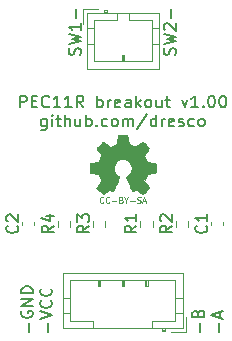
<source format=gbr>
%TF.GenerationSoftware,KiCad,Pcbnew,6.0.0-rc2-1.20211220git160328a.fc35*%
%TF.CreationDate,2022-01-05T17:26:22+00:00*%
%TF.ProjectId,RotaryEncoder,526f7461-7279-4456-9e63-6f6465722e6b,rev?*%
%TF.SameCoordinates,Original*%
%TF.FileFunction,Legend,Top*%
%TF.FilePolarity,Positive*%
%FSLAX46Y46*%
G04 Gerber Fmt 4.6, Leading zero omitted, Abs format (unit mm)*
G04 Created by KiCad (PCBNEW 6.0.0-rc2-1.20211220git160328a.fc35) date 2022-01-05 17:26:22*
%MOMM*%
%LPD*%
G01*
G04 APERTURE LIST*
%ADD10C,0.125000*%
%ADD11C,0.150000*%
%ADD12C,0.002540*%
%ADD13C,0.120000*%
G04 APERTURE END LIST*
D10*
X132369047Y-117678571D02*
X132345238Y-117702380D01*
X132273809Y-117726190D01*
X132226190Y-117726190D01*
X132154761Y-117702380D01*
X132107142Y-117654761D01*
X132083333Y-117607142D01*
X132059523Y-117511904D01*
X132059523Y-117440476D01*
X132083333Y-117345238D01*
X132107142Y-117297619D01*
X132154761Y-117250000D01*
X132226190Y-117226190D01*
X132273809Y-117226190D01*
X132345238Y-117250000D01*
X132369047Y-117273809D01*
X132869047Y-117678571D02*
X132845238Y-117702380D01*
X132773809Y-117726190D01*
X132726190Y-117726190D01*
X132654761Y-117702380D01*
X132607142Y-117654761D01*
X132583333Y-117607142D01*
X132559523Y-117511904D01*
X132559523Y-117440476D01*
X132583333Y-117345238D01*
X132607142Y-117297619D01*
X132654761Y-117250000D01*
X132726190Y-117226190D01*
X132773809Y-117226190D01*
X132845238Y-117250000D01*
X132869047Y-117273809D01*
X133083333Y-117535714D02*
X133464285Y-117535714D01*
X133869047Y-117464285D02*
X133940476Y-117488095D01*
X133964285Y-117511904D01*
X133988095Y-117559523D01*
X133988095Y-117630952D01*
X133964285Y-117678571D01*
X133940476Y-117702380D01*
X133892857Y-117726190D01*
X133702380Y-117726190D01*
X133702380Y-117226190D01*
X133869047Y-117226190D01*
X133916666Y-117250000D01*
X133940476Y-117273809D01*
X133964285Y-117321428D01*
X133964285Y-117369047D01*
X133940476Y-117416666D01*
X133916666Y-117440476D01*
X133869047Y-117464285D01*
X133702380Y-117464285D01*
X134297619Y-117488095D02*
X134297619Y-117726190D01*
X134130952Y-117226190D02*
X134297619Y-117488095D01*
X134464285Y-117226190D01*
X134630952Y-117535714D02*
X135011904Y-117535714D01*
X135226190Y-117702380D02*
X135297619Y-117726190D01*
X135416666Y-117726190D01*
X135464285Y-117702380D01*
X135488095Y-117678571D01*
X135511904Y-117630952D01*
X135511904Y-117583333D01*
X135488095Y-117535714D01*
X135464285Y-117511904D01*
X135416666Y-117488095D01*
X135321428Y-117464285D01*
X135273809Y-117440476D01*
X135250000Y-117416666D01*
X135226190Y-117369047D01*
X135226190Y-117321428D01*
X135250000Y-117273809D01*
X135273809Y-117250000D01*
X135321428Y-117226190D01*
X135440476Y-117226190D01*
X135511904Y-117250000D01*
X135702380Y-117583333D02*
X135940476Y-117583333D01*
X135654761Y-117726190D02*
X135821428Y-117226190D01*
X135988095Y-117726190D01*
D11*
X125285714Y-109647380D02*
X125285714Y-108647380D01*
X125666666Y-108647380D01*
X125761904Y-108695000D01*
X125809523Y-108742619D01*
X125857142Y-108837857D01*
X125857142Y-108980714D01*
X125809523Y-109075952D01*
X125761904Y-109123571D01*
X125666666Y-109171190D01*
X125285714Y-109171190D01*
X126285714Y-109123571D02*
X126619047Y-109123571D01*
X126761904Y-109647380D02*
X126285714Y-109647380D01*
X126285714Y-108647380D01*
X126761904Y-108647380D01*
X127761904Y-109552142D02*
X127714285Y-109599761D01*
X127571428Y-109647380D01*
X127476190Y-109647380D01*
X127333333Y-109599761D01*
X127238095Y-109504523D01*
X127190476Y-109409285D01*
X127142857Y-109218809D01*
X127142857Y-109075952D01*
X127190476Y-108885476D01*
X127238095Y-108790238D01*
X127333333Y-108695000D01*
X127476190Y-108647380D01*
X127571428Y-108647380D01*
X127714285Y-108695000D01*
X127761904Y-108742619D01*
X128714285Y-109647380D02*
X128142857Y-109647380D01*
X128428571Y-109647380D02*
X128428571Y-108647380D01*
X128333333Y-108790238D01*
X128238095Y-108885476D01*
X128142857Y-108933095D01*
X129666666Y-109647380D02*
X129095238Y-109647380D01*
X129380952Y-109647380D02*
X129380952Y-108647380D01*
X129285714Y-108790238D01*
X129190476Y-108885476D01*
X129095238Y-108933095D01*
X130666666Y-109647380D02*
X130333333Y-109171190D01*
X130095238Y-109647380D02*
X130095238Y-108647380D01*
X130476190Y-108647380D01*
X130571428Y-108695000D01*
X130619047Y-108742619D01*
X130666666Y-108837857D01*
X130666666Y-108980714D01*
X130619047Y-109075952D01*
X130571428Y-109123571D01*
X130476190Y-109171190D01*
X130095238Y-109171190D01*
X131857142Y-109647380D02*
X131857142Y-108647380D01*
X131857142Y-109028333D02*
X131952380Y-108980714D01*
X132142857Y-108980714D01*
X132238095Y-109028333D01*
X132285714Y-109075952D01*
X132333333Y-109171190D01*
X132333333Y-109456904D01*
X132285714Y-109552142D01*
X132238095Y-109599761D01*
X132142857Y-109647380D01*
X131952380Y-109647380D01*
X131857142Y-109599761D01*
X132761904Y-109647380D02*
X132761904Y-108980714D01*
X132761904Y-109171190D02*
X132809523Y-109075952D01*
X132857142Y-109028333D01*
X132952380Y-108980714D01*
X133047619Y-108980714D01*
X133761904Y-109599761D02*
X133666666Y-109647380D01*
X133476190Y-109647380D01*
X133380952Y-109599761D01*
X133333333Y-109504523D01*
X133333333Y-109123571D01*
X133380952Y-109028333D01*
X133476190Y-108980714D01*
X133666666Y-108980714D01*
X133761904Y-109028333D01*
X133809523Y-109123571D01*
X133809523Y-109218809D01*
X133333333Y-109314047D01*
X134666666Y-109647380D02*
X134666666Y-109123571D01*
X134619047Y-109028333D01*
X134523809Y-108980714D01*
X134333333Y-108980714D01*
X134238095Y-109028333D01*
X134666666Y-109599761D02*
X134571428Y-109647380D01*
X134333333Y-109647380D01*
X134238095Y-109599761D01*
X134190476Y-109504523D01*
X134190476Y-109409285D01*
X134238095Y-109314047D01*
X134333333Y-109266428D01*
X134571428Y-109266428D01*
X134666666Y-109218809D01*
X135142857Y-109647380D02*
X135142857Y-108647380D01*
X135238095Y-109266428D02*
X135523809Y-109647380D01*
X135523809Y-108980714D02*
X135142857Y-109361666D01*
X136095238Y-109647380D02*
X136000000Y-109599761D01*
X135952380Y-109552142D01*
X135904761Y-109456904D01*
X135904761Y-109171190D01*
X135952380Y-109075952D01*
X136000000Y-109028333D01*
X136095238Y-108980714D01*
X136238095Y-108980714D01*
X136333333Y-109028333D01*
X136380952Y-109075952D01*
X136428571Y-109171190D01*
X136428571Y-109456904D01*
X136380952Y-109552142D01*
X136333333Y-109599761D01*
X136238095Y-109647380D01*
X136095238Y-109647380D01*
X137285714Y-108980714D02*
X137285714Y-109647380D01*
X136857142Y-108980714D02*
X136857142Y-109504523D01*
X136904761Y-109599761D01*
X137000000Y-109647380D01*
X137142857Y-109647380D01*
X137238095Y-109599761D01*
X137285714Y-109552142D01*
X137619047Y-108980714D02*
X138000000Y-108980714D01*
X137761904Y-108647380D02*
X137761904Y-109504523D01*
X137809523Y-109599761D01*
X137904761Y-109647380D01*
X138000000Y-109647380D01*
X139000000Y-108980714D02*
X139238095Y-109647380D01*
X139476190Y-108980714D01*
X140380952Y-109647380D02*
X139809523Y-109647380D01*
X140095238Y-109647380D02*
X140095238Y-108647380D01*
X140000000Y-108790238D01*
X139904761Y-108885476D01*
X139809523Y-108933095D01*
X140809523Y-109552142D02*
X140857142Y-109599761D01*
X140809523Y-109647380D01*
X140761904Y-109599761D01*
X140809523Y-109552142D01*
X140809523Y-109647380D01*
X141476190Y-108647380D02*
X141571428Y-108647380D01*
X141666666Y-108695000D01*
X141714285Y-108742619D01*
X141761904Y-108837857D01*
X141809523Y-109028333D01*
X141809523Y-109266428D01*
X141761904Y-109456904D01*
X141714285Y-109552142D01*
X141666666Y-109599761D01*
X141571428Y-109647380D01*
X141476190Y-109647380D01*
X141380952Y-109599761D01*
X141333333Y-109552142D01*
X141285714Y-109456904D01*
X141238095Y-109266428D01*
X141238095Y-109028333D01*
X141285714Y-108837857D01*
X141333333Y-108742619D01*
X141380952Y-108695000D01*
X141476190Y-108647380D01*
X142428571Y-108647380D02*
X142523809Y-108647380D01*
X142619047Y-108695000D01*
X142666666Y-108742619D01*
X142714285Y-108837857D01*
X142761904Y-109028333D01*
X142761904Y-109266428D01*
X142714285Y-109456904D01*
X142666666Y-109552142D01*
X142619047Y-109599761D01*
X142523809Y-109647380D01*
X142428571Y-109647380D01*
X142333333Y-109599761D01*
X142285714Y-109552142D01*
X142238095Y-109456904D01*
X142190476Y-109266428D01*
X142190476Y-109028333D01*
X142238095Y-108837857D01*
X142285714Y-108742619D01*
X142333333Y-108695000D01*
X142428571Y-108647380D01*
X127547619Y-110590714D02*
X127547619Y-111400238D01*
X127500000Y-111495476D01*
X127452380Y-111543095D01*
X127357142Y-111590714D01*
X127214285Y-111590714D01*
X127119047Y-111543095D01*
X127547619Y-111209761D02*
X127452380Y-111257380D01*
X127261904Y-111257380D01*
X127166666Y-111209761D01*
X127119047Y-111162142D01*
X127071428Y-111066904D01*
X127071428Y-110781190D01*
X127119047Y-110685952D01*
X127166666Y-110638333D01*
X127261904Y-110590714D01*
X127452380Y-110590714D01*
X127547619Y-110638333D01*
X128023809Y-111257380D02*
X128023809Y-110590714D01*
X128023809Y-110257380D02*
X127976190Y-110305000D01*
X128023809Y-110352619D01*
X128071428Y-110305000D01*
X128023809Y-110257380D01*
X128023809Y-110352619D01*
X128357142Y-110590714D02*
X128738095Y-110590714D01*
X128500000Y-110257380D02*
X128500000Y-111114523D01*
X128547619Y-111209761D01*
X128642857Y-111257380D01*
X128738095Y-111257380D01*
X129071428Y-111257380D02*
X129071428Y-110257380D01*
X129500000Y-111257380D02*
X129500000Y-110733571D01*
X129452380Y-110638333D01*
X129357142Y-110590714D01*
X129214285Y-110590714D01*
X129119047Y-110638333D01*
X129071428Y-110685952D01*
X130404761Y-110590714D02*
X130404761Y-111257380D01*
X129976190Y-110590714D02*
X129976190Y-111114523D01*
X130023809Y-111209761D01*
X130119047Y-111257380D01*
X130261904Y-111257380D01*
X130357142Y-111209761D01*
X130404761Y-111162142D01*
X130880952Y-111257380D02*
X130880952Y-110257380D01*
X130880952Y-110638333D02*
X130976190Y-110590714D01*
X131166666Y-110590714D01*
X131261904Y-110638333D01*
X131309523Y-110685952D01*
X131357142Y-110781190D01*
X131357142Y-111066904D01*
X131309523Y-111162142D01*
X131261904Y-111209761D01*
X131166666Y-111257380D01*
X130976190Y-111257380D01*
X130880952Y-111209761D01*
X131785714Y-111162142D02*
X131833333Y-111209761D01*
X131785714Y-111257380D01*
X131738095Y-111209761D01*
X131785714Y-111162142D01*
X131785714Y-111257380D01*
X132690476Y-111209761D02*
X132595238Y-111257380D01*
X132404761Y-111257380D01*
X132309523Y-111209761D01*
X132261904Y-111162142D01*
X132214285Y-111066904D01*
X132214285Y-110781190D01*
X132261904Y-110685952D01*
X132309523Y-110638333D01*
X132404761Y-110590714D01*
X132595238Y-110590714D01*
X132690476Y-110638333D01*
X133261904Y-111257380D02*
X133166666Y-111209761D01*
X133119047Y-111162142D01*
X133071428Y-111066904D01*
X133071428Y-110781190D01*
X133119047Y-110685952D01*
X133166666Y-110638333D01*
X133261904Y-110590714D01*
X133404761Y-110590714D01*
X133500000Y-110638333D01*
X133547619Y-110685952D01*
X133595238Y-110781190D01*
X133595238Y-111066904D01*
X133547619Y-111162142D01*
X133500000Y-111209761D01*
X133404761Y-111257380D01*
X133261904Y-111257380D01*
X134023809Y-111257380D02*
X134023809Y-110590714D01*
X134023809Y-110685952D02*
X134071428Y-110638333D01*
X134166666Y-110590714D01*
X134309523Y-110590714D01*
X134404761Y-110638333D01*
X134452380Y-110733571D01*
X134452380Y-111257380D01*
X134452380Y-110733571D02*
X134500000Y-110638333D01*
X134595238Y-110590714D01*
X134738095Y-110590714D01*
X134833333Y-110638333D01*
X134880952Y-110733571D01*
X134880952Y-111257380D01*
X136071428Y-110209761D02*
X135214285Y-111495476D01*
X136833333Y-111257380D02*
X136833333Y-110257380D01*
X136833333Y-111209761D02*
X136738095Y-111257380D01*
X136547619Y-111257380D01*
X136452380Y-111209761D01*
X136404761Y-111162142D01*
X136357142Y-111066904D01*
X136357142Y-110781190D01*
X136404761Y-110685952D01*
X136452380Y-110638333D01*
X136547619Y-110590714D01*
X136738095Y-110590714D01*
X136833333Y-110638333D01*
X137309523Y-111257380D02*
X137309523Y-110590714D01*
X137309523Y-110781190D02*
X137357142Y-110685952D01*
X137404761Y-110638333D01*
X137500000Y-110590714D01*
X137595238Y-110590714D01*
X138309523Y-111209761D02*
X138214285Y-111257380D01*
X138023809Y-111257380D01*
X137928571Y-111209761D01*
X137880952Y-111114523D01*
X137880952Y-110733571D01*
X137928571Y-110638333D01*
X138023809Y-110590714D01*
X138214285Y-110590714D01*
X138309523Y-110638333D01*
X138357142Y-110733571D01*
X138357142Y-110828809D01*
X137880952Y-110924047D01*
X138738095Y-111209761D02*
X138833333Y-111257380D01*
X139023809Y-111257380D01*
X139119047Y-111209761D01*
X139166666Y-111114523D01*
X139166666Y-111066904D01*
X139119047Y-110971666D01*
X139023809Y-110924047D01*
X138880952Y-110924047D01*
X138785714Y-110876428D01*
X138738095Y-110781190D01*
X138738095Y-110733571D01*
X138785714Y-110638333D01*
X138880952Y-110590714D01*
X139023809Y-110590714D01*
X139119047Y-110638333D01*
X140023809Y-111209761D02*
X139928571Y-111257380D01*
X139738095Y-111257380D01*
X139642857Y-111209761D01*
X139595238Y-111162142D01*
X139547619Y-111066904D01*
X139547619Y-110781190D01*
X139595238Y-110685952D01*
X139642857Y-110638333D01*
X139738095Y-110590714D01*
X139928571Y-110590714D01*
X140023809Y-110638333D01*
X140595238Y-111257380D02*
X140500000Y-111209761D01*
X140452380Y-111162142D01*
X140404761Y-111066904D01*
X140404761Y-110781190D01*
X140452380Y-110685952D01*
X140500000Y-110638333D01*
X140595238Y-110590714D01*
X140738095Y-110590714D01*
X140833333Y-110638333D01*
X140880952Y-110685952D01*
X140928571Y-110781190D01*
X140928571Y-111066904D01*
X140880952Y-111162142D01*
X140833333Y-111209761D01*
X140738095Y-111257380D01*
X140595238Y-111257380D01*
X130379761Y-105192738D02*
X130427380Y-105049880D01*
X130427380Y-104811785D01*
X130379761Y-104716547D01*
X130332142Y-104668928D01*
X130236904Y-104621309D01*
X130141666Y-104621309D01*
X130046428Y-104668928D01*
X129998809Y-104716547D01*
X129951190Y-104811785D01*
X129903571Y-105002261D01*
X129855952Y-105097500D01*
X129808333Y-105145119D01*
X129713095Y-105192738D01*
X129617857Y-105192738D01*
X129522619Y-105145119D01*
X129475000Y-105097500D01*
X129427380Y-105002261D01*
X129427380Y-104764166D01*
X129475000Y-104621309D01*
X129427380Y-104287976D02*
X130427380Y-104049880D01*
X129713095Y-103859404D01*
X130427380Y-103668928D01*
X129427380Y-103430833D01*
X130427380Y-102526071D02*
X130427380Y-103097500D01*
X130427380Y-102811785D02*
X129427380Y-102811785D01*
X129570238Y-102907023D01*
X129665476Y-103002261D01*
X129713095Y-103097500D01*
X130046428Y-102097500D02*
X130046428Y-101335595D01*
X138429761Y-105192738D02*
X138477380Y-105049880D01*
X138477380Y-104811785D01*
X138429761Y-104716547D01*
X138382142Y-104668928D01*
X138286904Y-104621309D01*
X138191666Y-104621309D01*
X138096428Y-104668928D01*
X138048809Y-104716547D01*
X138001190Y-104811785D01*
X137953571Y-105002261D01*
X137905952Y-105097500D01*
X137858333Y-105145119D01*
X137763095Y-105192738D01*
X137667857Y-105192738D01*
X137572619Y-105145119D01*
X137525000Y-105097500D01*
X137477380Y-105002261D01*
X137477380Y-104764166D01*
X137525000Y-104621309D01*
X137477380Y-104287976D02*
X138477380Y-104049880D01*
X137763095Y-103859404D01*
X138477380Y-103668928D01*
X137477380Y-103430833D01*
X137572619Y-103097500D02*
X137525000Y-103049880D01*
X137477380Y-102954642D01*
X137477380Y-102716547D01*
X137525000Y-102621309D01*
X137572619Y-102573690D01*
X137667857Y-102526071D01*
X137763095Y-102526071D01*
X137905952Y-102573690D01*
X138477380Y-103145119D01*
X138477380Y-102526071D01*
X138096428Y-102097500D02*
X138096428Y-101335595D01*
X126021428Y-128664404D02*
X126021428Y-127902500D01*
X125450000Y-126902500D02*
X125402380Y-126997738D01*
X125402380Y-127140595D01*
X125450000Y-127283452D01*
X125545238Y-127378690D01*
X125640476Y-127426309D01*
X125830952Y-127473928D01*
X125973809Y-127473928D01*
X126164285Y-127426309D01*
X126259523Y-127378690D01*
X126354761Y-127283452D01*
X126402380Y-127140595D01*
X126402380Y-127045357D01*
X126354761Y-126902500D01*
X126307142Y-126854880D01*
X125973809Y-126854880D01*
X125973809Y-127045357D01*
X126402380Y-126426309D02*
X125402380Y-126426309D01*
X126402380Y-125854880D01*
X125402380Y-125854880D01*
X126402380Y-125378690D02*
X125402380Y-125378690D01*
X125402380Y-125140595D01*
X125450000Y-124997738D01*
X125545238Y-124902500D01*
X125640476Y-124854880D01*
X125830952Y-124807261D01*
X125973809Y-124807261D01*
X126164285Y-124854880D01*
X126259523Y-124902500D01*
X126354761Y-124997738D01*
X126402380Y-125140595D01*
X126402380Y-125378690D01*
X127631428Y-128664404D02*
X127631428Y-127902500D01*
X127012380Y-127569166D02*
X128012380Y-127235833D01*
X127012380Y-126902500D01*
X127917142Y-125997738D02*
X127964761Y-126045357D01*
X128012380Y-126188214D01*
X128012380Y-126283452D01*
X127964761Y-126426309D01*
X127869523Y-126521547D01*
X127774285Y-126569166D01*
X127583809Y-126616785D01*
X127440952Y-126616785D01*
X127250476Y-126569166D01*
X127155238Y-126521547D01*
X127060000Y-126426309D01*
X127012380Y-126283452D01*
X127012380Y-126188214D01*
X127060000Y-126045357D01*
X127107619Y-125997738D01*
X127917142Y-124997738D02*
X127964761Y-125045357D01*
X128012380Y-125188214D01*
X128012380Y-125283452D01*
X127964761Y-125426309D01*
X127869523Y-125521547D01*
X127774285Y-125569166D01*
X127583809Y-125616785D01*
X127440952Y-125616785D01*
X127250476Y-125569166D01*
X127155238Y-125521547D01*
X127060000Y-125426309D01*
X127012380Y-125283452D01*
X127012380Y-125188214D01*
X127060000Y-125045357D01*
X127107619Y-124997738D01*
X140511428Y-128664404D02*
X140511428Y-127902500D01*
X140368571Y-127092976D02*
X140416190Y-126950119D01*
X140463809Y-126902500D01*
X140559047Y-126854880D01*
X140701904Y-126854880D01*
X140797142Y-126902500D01*
X140844761Y-126950119D01*
X140892380Y-127045357D01*
X140892380Y-127426309D01*
X139892380Y-127426309D01*
X139892380Y-127092976D01*
X139940000Y-126997738D01*
X139987619Y-126950119D01*
X140082857Y-126902500D01*
X140178095Y-126902500D01*
X140273333Y-126950119D01*
X140320952Y-126997738D01*
X140368571Y-127092976D01*
X140368571Y-127426309D01*
X142121428Y-128664404D02*
X142121428Y-127902500D01*
X142216666Y-127473928D02*
X142216666Y-126997738D01*
X142502380Y-127569166D02*
X141502380Y-127235833D01*
X142502380Y-126902500D01*
%TO.C,R2*%
X138152380Y-119666666D02*
X137676190Y-120000000D01*
X138152380Y-120238095D02*
X137152380Y-120238095D01*
X137152380Y-119857142D01*
X137200000Y-119761904D01*
X137247619Y-119714285D01*
X137342857Y-119666666D01*
X137485714Y-119666666D01*
X137580952Y-119714285D01*
X137628571Y-119761904D01*
X137676190Y-119857142D01*
X137676190Y-120238095D01*
X137247619Y-119285714D02*
X137200000Y-119238095D01*
X137152380Y-119142857D01*
X137152380Y-118904761D01*
X137200000Y-118809523D01*
X137247619Y-118761904D01*
X137342857Y-118714285D01*
X137438095Y-118714285D01*
X137580952Y-118761904D01*
X138152380Y-119333333D01*
X138152380Y-118714285D01*
%TO.C,C2*%
X125057142Y-119666666D02*
X125104761Y-119714285D01*
X125152380Y-119857142D01*
X125152380Y-119952380D01*
X125104761Y-120095238D01*
X125009523Y-120190476D01*
X124914285Y-120238095D01*
X124723809Y-120285714D01*
X124580952Y-120285714D01*
X124390476Y-120238095D01*
X124295238Y-120190476D01*
X124200000Y-120095238D01*
X124152380Y-119952380D01*
X124152380Y-119857142D01*
X124200000Y-119714285D01*
X124247619Y-119666666D01*
X124247619Y-119285714D02*
X124200000Y-119238095D01*
X124152380Y-119142857D01*
X124152380Y-118904761D01*
X124200000Y-118809523D01*
X124247619Y-118761904D01*
X124342857Y-118714285D01*
X124438095Y-118714285D01*
X124580952Y-118761904D01*
X125152380Y-119333333D01*
X125152380Y-118714285D01*
%TO.C,R1*%
X135152380Y-119666666D02*
X134676190Y-120000000D01*
X135152380Y-120238095D02*
X134152380Y-120238095D01*
X134152380Y-119857142D01*
X134200000Y-119761904D01*
X134247619Y-119714285D01*
X134342857Y-119666666D01*
X134485714Y-119666666D01*
X134580952Y-119714285D01*
X134628571Y-119761904D01*
X134676190Y-119857142D01*
X134676190Y-120238095D01*
X135152380Y-118714285D02*
X135152380Y-119285714D01*
X135152380Y-119000000D02*
X134152380Y-119000000D01*
X134295238Y-119095238D01*
X134390476Y-119190476D01*
X134438095Y-119285714D01*
%TO.C,R4*%
X128152380Y-119666666D02*
X127676190Y-120000000D01*
X128152380Y-120238095D02*
X127152380Y-120238095D01*
X127152380Y-119857142D01*
X127200000Y-119761904D01*
X127247619Y-119714285D01*
X127342857Y-119666666D01*
X127485714Y-119666666D01*
X127580952Y-119714285D01*
X127628571Y-119761904D01*
X127676190Y-119857142D01*
X127676190Y-120238095D01*
X127485714Y-118809523D02*
X128152380Y-118809523D01*
X127104761Y-119047619D02*
X127819047Y-119285714D01*
X127819047Y-118666666D01*
%TO.C,R3*%
X131152380Y-119666666D02*
X130676190Y-120000000D01*
X131152380Y-120238095D02*
X130152380Y-120238095D01*
X130152380Y-119857142D01*
X130200000Y-119761904D01*
X130247619Y-119714285D01*
X130342857Y-119666666D01*
X130485714Y-119666666D01*
X130580952Y-119714285D01*
X130628571Y-119761904D01*
X130676190Y-119857142D01*
X130676190Y-120238095D01*
X130152380Y-119333333D02*
X130152380Y-118714285D01*
X130533333Y-119047619D01*
X130533333Y-118904761D01*
X130580952Y-118809523D01*
X130628571Y-118761904D01*
X130723809Y-118714285D01*
X130961904Y-118714285D01*
X131057142Y-118761904D01*
X131104761Y-118809523D01*
X131152380Y-118904761D01*
X131152380Y-119190476D01*
X131104761Y-119285714D01*
X131057142Y-119333333D01*
%TO.C,C1*%
X141057142Y-119666666D02*
X141104761Y-119714285D01*
X141152380Y-119857142D01*
X141152380Y-119952380D01*
X141104761Y-120095238D01*
X141009523Y-120190476D01*
X140914285Y-120238095D01*
X140723809Y-120285714D01*
X140580952Y-120285714D01*
X140390476Y-120238095D01*
X140295238Y-120190476D01*
X140200000Y-120095238D01*
X140152380Y-119952380D01*
X140152380Y-119857142D01*
X140200000Y-119714285D01*
X140247619Y-119666666D01*
X141152380Y-118714285D02*
X141152380Y-119285714D01*
X141152380Y-119000000D02*
X140152380Y-119000000D01*
X140295238Y-119095238D01*
X140390476Y-119190476D01*
X140438095Y-119285714D01*
D12*
%TO.C,G\u002A\u002A\u002A*%
X132313440Y-116999360D02*
X132343920Y-116984120D01*
X132343920Y-116984120D02*
X132407420Y-116943480D01*
X132407420Y-116943480D02*
X132501400Y-116882520D01*
X132501400Y-116882520D02*
X132610620Y-116808860D01*
X132610620Y-116808860D02*
X132722380Y-116732660D01*
X132722380Y-116732660D02*
X132811280Y-116671700D01*
X132811280Y-116671700D02*
X132874780Y-116631060D01*
X132874780Y-116631060D02*
X132902720Y-116618360D01*
X132902720Y-116618360D02*
X132915420Y-116623440D01*
X132915420Y-116623440D02*
X132968760Y-116648840D01*
X132968760Y-116648840D02*
X133044960Y-116686940D01*
X133044960Y-116686940D02*
X133088140Y-116709800D01*
X133088140Y-116709800D02*
X133159260Y-116740280D01*
X133159260Y-116740280D02*
X133192280Y-116745360D01*
X133192280Y-116745360D02*
X133199900Y-116737740D01*
X133199900Y-116737740D02*
X133225300Y-116684400D01*
X133225300Y-116684400D02*
X133263400Y-116592960D01*
X133263400Y-116592960D02*
X133316740Y-116471040D01*
X133316740Y-116471040D02*
X133377700Y-116331340D01*
X133377700Y-116331340D02*
X133441200Y-116178940D01*
X133441200Y-116178940D02*
X133507240Y-116024000D01*
X133507240Y-116024000D02*
X133568200Y-115874140D01*
X133568200Y-115874140D02*
X133621540Y-115742060D01*
X133621540Y-115742060D02*
X133664720Y-115632840D01*
X133664720Y-115632840D02*
X133695200Y-115559180D01*
X133695200Y-115559180D02*
X133705360Y-115526160D01*
X133705360Y-115526160D02*
X133702820Y-115518540D01*
X133702820Y-115518540D02*
X133667260Y-115485520D01*
X133667260Y-115485520D02*
X133606300Y-115439800D01*
X133606300Y-115439800D02*
X133474220Y-115333120D01*
X133474220Y-115333120D02*
X133344680Y-115170560D01*
X133344680Y-115170560D02*
X133265940Y-114985140D01*
X133265940Y-114985140D02*
X133238000Y-114781940D01*
X133238000Y-114781940D02*
X133260860Y-114591440D01*
X133260860Y-114591440D02*
X133337060Y-114408560D01*
X133337060Y-114408560D02*
X133464060Y-114246000D01*
X133464060Y-114246000D02*
X133616460Y-114124080D01*
X133616460Y-114124080D02*
X133796800Y-114045340D01*
X133796800Y-114045340D02*
X134000000Y-114022480D01*
X134000000Y-114022480D02*
X134193040Y-114042800D01*
X134193040Y-114042800D02*
X134378460Y-114116460D01*
X134378460Y-114116460D02*
X134543560Y-114240920D01*
X134543560Y-114240920D02*
X134612140Y-114322200D01*
X134612140Y-114322200D02*
X134708660Y-114487300D01*
X134708660Y-114487300D02*
X134762000Y-114665100D01*
X134762000Y-114665100D02*
X134769620Y-114710820D01*
X134769620Y-114710820D02*
X134759460Y-114906400D01*
X134759460Y-114906400D02*
X134703580Y-115091820D01*
X134703580Y-115091820D02*
X134599440Y-115259460D01*
X134599440Y-115259460D02*
X134457200Y-115396620D01*
X134457200Y-115396620D02*
X134439420Y-115411860D01*
X134439420Y-115411860D02*
X134370840Y-115460120D01*
X134370840Y-115460120D02*
X134327660Y-115495680D01*
X134327660Y-115495680D02*
X134292100Y-115523620D01*
X134292100Y-115523620D02*
X134541020Y-116123060D01*
X134541020Y-116123060D02*
X134581660Y-116217040D01*
X134581660Y-116217040D02*
X134650240Y-116382140D01*
X134650240Y-116382140D02*
X134708660Y-116521840D01*
X134708660Y-116521840D02*
X134756920Y-116633600D01*
X134756920Y-116633600D02*
X134789940Y-116709800D01*
X134789940Y-116709800D02*
X134805180Y-116740280D01*
X134805180Y-116740280D02*
X134807720Y-116740280D01*
X134807720Y-116740280D02*
X134828040Y-116745360D01*
X134828040Y-116745360D02*
X134873760Y-116727580D01*
X134873760Y-116727580D02*
X134957580Y-116686940D01*
X134957580Y-116686940D02*
X135013460Y-116659000D01*
X135013460Y-116659000D02*
X135076960Y-116628520D01*
X135076960Y-116628520D02*
X135104900Y-116618360D01*
X135104900Y-116618360D02*
X135130300Y-116631060D01*
X135130300Y-116631060D02*
X135191260Y-116669160D01*
X135191260Y-116669160D02*
X135280160Y-116730120D01*
X135280160Y-116730120D02*
X135386840Y-116803780D01*
X135386840Y-116803780D02*
X135488440Y-116872360D01*
X135488440Y-116872360D02*
X135582420Y-116933320D01*
X135582420Y-116933320D02*
X135651000Y-116976500D01*
X135651000Y-116976500D02*
X135684020Y-116994280D01*
X135684020Y-116994280D02*
X135689100Y-116994280D01*
X135689100Y-116994280D02*
X135719580Y-116979040D01*
X135719580Y-116979040D02*
X135772920Y-116933320D01*
X135772920Y-116933320D02*
X135854200Y-116857120D01*
X135854200Y-116857120D02*
X135971040Y-116742820D01*
X135971040Y-116742820D02*
X135988820Y-116725040D01*
X135988820Y-116725040D02*
X136082800Y-116628520D01*
X136082800Y-116628520D02*
X136159000Y-116547240D01*
X136159000Y-116547240D02*
X136212340Y-116491360D01*
X136212340Y-116491360D02*
X136230120Y-116463420D01*
X136230120Y-116463420D02*
X136212340Y-116430400D01*
X136212340Y-116430400D02*
X136169160Y-116364360D01*
X136169160Y-116364360D02*
X136108200Y-116267840D01*
X136108200Y-116267840D02*
X136032000Y-116156080D01*
X136032000Y-116156080D02*
X135833880Y-115869060D01*
X135833880Y-115869060D02*
X135943100Y-115597280D01*
X135943100Y-115597280D02*
X135976120Y-115513460D01*
X135976120Y-115513460D02*
X136019300Y-115411860D01*
X136019300Y-115411860D02*
X136049780Y-115340740D01*
X136049780Y-115340740D02*
X136065020Y-115307720D01*
X136065020Y-115307720D02*
X136095500Y-115297560D01*
X136095500Y-115297560D02*
X136169160Y-115279780D01*
X136169160Y-115279780D02*
X136278380Y-115256920D01*
X136278380Y-115256920D02*
X136407920Y-115234060D01*
X136407920Y-115234060D02*
X136529840Y-115211200D01*
X136529840Y-115211200D02*
X136639060Y-115190880D01*
X136639060Y-115190880D02*
X136720340Y-115175640D01*
X136720340Y-115175640D02*
X136755900Y-115168020D01*
X136755900Y-115168020D02*
X136766060Y-115162940D01*
X136766060Y-115162940D02*
X136771140Y-115145160D01*
X136771140Y-115145160D02*
X136776220Y-115107060D01*
X136776220Y-115107060D02*
X136778760Y-115041020D01*
X136778760Y-115041020D02*
X136781300Y-114934340D01*
X136781300Y-114934340D02*
X136781300Y-114781940D01*
X136781300Y-114781940D02*
X136781300Y-114764160D01*
X136781300Y-114764160D02*
X136778760Y-114616840D01*
X136778760Y-114616840D02*
X136776220Y-114502540D01*
X136776220Y-114502540D02*
X136773680Y-114426340D01*
X136773680Y-114426340D02*
X136768600Y-114395860D01*
X136768600Y-114395860D02*
X136733040Y-114388240D01*
X136733040Y-114388240D02*
X136654300Y-114370460D01*
X136654300Y-114370460D02*
X136545080Y-114350140D01*
X136545080Y-114350140D02*
X136413000Y-114324740D01*
X136413000Y-114324740D02*
X136402840Y-114322200D01*
X136402840Y-114322200D02*
X136273300Y-114296800D01*
X136273300Y-114296800D02*
X136161540Y-114273940D01*
X136161540Y-114273940D02*
X136085340Y-114256160D01*
X136085340Y-114256160D02*
X136052320Y-114246000D01*
X136052320Y-114246000D02*
X136044700Y-114235840D01*
X136044700Y-114235840D02*
X136019300Y-114185040D01*
X136019300Y-114185040D02*
X135981200Y-114103760D01*
X135981200Y-114103760D02*
X135938020Y-114004700D01*
X135938020Y-114004700D02*
X135894840Y-113900560D01*
X135894840Y-113900560D02*
X135856740Y-113809120D01*
X135856740Y-113809120D02*
X135831340Y-113738000D01*
X135831340Y-113738000D02*
X135823720Y-113707520D01*
X135823720Y-113707520D02*
X135826260Y-113707520D01*
X135826260Y-113707520D02*
X135844040Y-113674500D01*
X135844040Y-113674500D02*
X135889760Y-113605920D01*
X135889760Y-113605920D02*
X135953260Y-113511940D01*
X135953260Y-113511940D02*
X136032000Y-113400180D01*
X136032000Y-113400180D02*
X136037080Y-113392560D01*
X136037080Y-113392560D02*
X136113280Y-113280800D01*
X136113280Y-113280800D02*
X136174240Y-113186820D01*
X136174240Y-113186820D02*
X136214880Y-113118240D01*
X136214880Y-113118240D02*
X136230120Y-113087760D01*
X136230120Y-113087760D02*
X136204720Y-113054740D01*
X136204720Y-113054740D02*
X136148840Y-112991240D01*
X136148840Y-112991240D02*
X136067560Y-112904880D01*
X136067560Y-112904880D02*
X135968500Y-112808360D01*
X135968500Y-112808360D02*
X135938020Y-112777880D01*
X135938020Y-112777880D02*
X135831340Y-112671200D01*
X135831340Y-112671200D02*
X135755140Y-112602620D01*
X135755140Y-112602620D02*
X135709420Y-112564520D01*
X135709420Y-112564520D02*
X135686560Y-112556900D01*
X135686560Y-112556900D02*
X135684020Y-112556900D01*
X135684020Y-112556900D02*
X135651000Y-112577220D01*
X135651000Y-112577220D02*
X135582420Y-112622940D01*
X135582420Y-112622940D02*
X135485900Y-112688980D01*
X135485900Y-112688980D02*
X135374140Y-112765180D01*
X135374140Y-112765180D02*
X135366520Y-112770260D01*
X135366520Y-112770260D02*
X135254760Y-112846460D01*
X135254760Y-112846460D02*
X135160780Y-112909960D01*
X135160780Y-112909960D02*
X135094740Y-112953140D01*
X135094740Y-112953140D02*
X135066800Y-112970920D01*
X135066800Y-112970920D02*
X135061720Y-112970920D01*
X135061720Y-112970920D02*
X135016000Y-112955680D01*
X135016000Y-112955680D02*
X134937260Y-112927740D01*
X134937260Y-112927740D02*
X134840740Y-112892180D01*
X134840740Y-112892180D02*
X134736600Y-112849000D01*
X134736600Y-112849000D02*
X134645160Y-112810900D01*
X134645160Y-112810900D02*
X134574040Y-112777880D01*
X134574040Y-112777880D02*
X134541020Y-112760100D01*
X134541020Y-112760100D02*
X134541020Y-112757560D01*
X134541020Y-112757560D02*
X134528320Y-112719460D01*
X134528320Y-112719460D02*
X134508000Y-112635640D01*
X134508000Y-112635640D02*
X134485140Y-112521340D01*
X134485140Y-112521340D02*
X134459740Y-112384180D01*
X134459740Y-112384180D02*
X134454660Y-112361320D01*
X134454660Y-112361320D02*
X134429260Y-112229240D01*
X134429260Y-112229240D02*
X134408940Y-112120020D01*
X134408940Y-112120020D02*
X134393700Y-112043820D01*
X134393700Y-112043820D02*
X134386080Y-112013340D01*
X134386080Y-112013340D02*
X134365760Y-112008260D01*
X134365760Y-112008260D02*
X134302260Y-112003180D01*
X134302260Y-112003180D02*
X134203200Y-112000640D01*
X134203200Y-112000640D02*
X134083820Y-112000640D01*
X134083820Y-112000640D02*
X133959360Y-112000640D01*
X133959360Y-112000640D02*
X133834900Y-112003180D01*
X133834900Y-112003180D02*
X133730760Y-112008260D01*
X133730760Y-112008260D02*
X133654560Y-112013340D01*
X133654560Y-112013340D02*
X133624080Y-112018420D01*
X133624080Y-112018420D02*
X133624080Y-112020960D01*
X133624080Y-112020960D02*
X133611380Y-112061600D01*
X133611380Y-112061600D02*
X133593600Y-112145420D01*
X133593600Y-112145420D02*
X133570740Y-112259720D01*
X133570740Y-112259720D02*
X133542800Y-112396880D01*
X133542800Y-112396880D02*
X133537720Y-112422280D01*
X133537720Y-112422280D02*
X133514860Y-112554360D01*
X133514860Y-112554360D02*
X133492000Y-112661040D01*
X133492000Y-112661040D02*
X133476760Y-112737240D01*
X133476760Y-112737240D02*
X133466600Y-112765180D01*
X133466600Y-112765180D02*
X133456440Y-112772800D01*
X133456440Y-112772800D02*
X133400560Y-112795660D01*
X133400560Y-112795660D02*
X133311660Y-112833760D01*
X133311660Y-112833760D02*
X133202440Y-112876940D01*
X133202440Y-112876940D02*
X132948440Y-112981080D01*
X132948440Y-112981080D02*
X132636020Y-112765180D01*
X132636020Y-112765180D02*
X132605540Y-112747400D01*
X132605540Y-112747400D02*
X132493780Y-112671200D01*
X132493780Y-112671200D02*
X132402340Y-112607700D01*
X132402340Y-112607700D02*
X132338840Y-112567060D01*
X132338840Y-112567060D02*
X132310900Y-112551820D01*
X132310900Y-112551820D02*
X132308360Y-112554360D01*
X132308360Y-112554360D02*
X132277880Y-112579760D01*
X132277880Y-112579760D02*
X132216920Y-112638180D01*
X132216920Y-112638180D02*
X132130560Y-112722000D01*
X132130560Y-112722000D02*
X132034040Y-112818520D01*
X132034040Y-112818520D02*
X131960380Y-112892180D01*
X131960380Y-112892180D02*
X131874020Y-112978540D01*
X131874020Y-112978540D02*
X131820680Y-113036960D01*
X131820680Y-113036960D02*
X131790200Y-113075060D01*
X131790200Y-113075060D02*
X131780040Y-113097920D01*
X131780040Y-113097920D02*
X131782580Y-113113160D01*
X131782580Y-113113160D02*
X131802900Y-113146180D01*
X131802900Y-113146180D02*
X131848620Y-113214760D01*
X131848620Y-113214760D02*
X131912120Y-113308740D01*
X131912120Y-113308740D02*
X131988320Y-113420500D01*
X131988320Y-113420500D02*
X132051820Y-113511940D01*
X132051820Y-113511940D02*
X132117860Y-113616080D01*
X132117860Y-113616080D02*
X132163580Y-113692280D01*
X132163580Y-113692280D02*
X132178820Y-113727840D01*
X132178820Y-113727840D02*
X132173740Y-113743080D01*
X132173740Y-113743080D02*
X132153420Y-113804040D01*
X132153420Y-113804040D02*
X132115320Y-113898020D01*
X132115320Y-113898020D02*
X132069600Y-114007240D01*
X132069600Y-114007240D02*
X131960380Y-114253620D01*
X131960380Y-114253620D02*
X131797820Y-114286640D01*
X131797820Y-114286640D02*
X131698760Y-114304420D01*
X131698760Y-114304420D02*
X131561600Y-114329820D01*
X131561600Y-114329820D02*
X131432060Y-114355220D01*
X131432060Y-114355220D02*
X131226320Y-114395860D01*
X131226320Y-114395860D02*
X131218700Y-115147700D01*
X131218700Y-115147700D02*
X131249180Y-115162940D01*
X131249180Y-115162940D02*
X131279660Y-115170560D01*
X131279660Y-115170560D02*
X131355860Y-115188340D01*
X131355860Y-115188340D02*
X131465080Y-115208660D01*
X131465080Y-115208660D02*
X131592080Y-115234060D01*
X131592080Y-115234060D02*
X131701300Y-115254380D01*
X131701300Y-115254380D02*
X131813060Y-115274700D01*
X131813060Y-115274700D02*
X131891800Y-115289940D01*
X131891800Y-115289940D02*
X131927360Y-115297560D01*
X131927360Y-115297560D02*
X131934980Y-115307720D01*
X131934980Y-115307720D02*
X131962920Y-115361060D01*
X131962920Y-115361060D02*
X132001020Y-115447420D01*
X132001020Y-115447420D02*
X132044200Y-115549020D01*
X132044200Y-115549020D02*
X132089920Y-115653160D01*
X132089920Y-115653160D02*
X132128020Y-115752220D01*
X132128020Y-115752220D02*
X132155960Y-115825880D01*
X132155960Y-115825880D02*
X132166120Y-115863980D01*
X132166120Y-115863980D02*
X132150880Y-115891920D01*
X132150880Y-115891920D02*
X132107700Y-115957960D01*
X132107700Y-115957960D02*
X132046740Y-116049400D01*
X132046740Y-116049400D02*
X131973080Y-116158620D01*
X131973080Y-116158620D02*
X131899420Y-116267840D01*
X131899420Y-116267840D02*
X131835920Y-116361820D01*
X131835920Y-116361820D02*
X131792740Y-116427860D01*
X131792740Y-116427860D02*
X131772420Y-116458340D01*
X131772420Y-116458340D02*
X131782580Y-116481200D01*
X131782580Y-116481200D02*
X131825760Y-116532000D01*
X131825760Y-116532000D02*
X131909580Y-116618360D01*
X131909580Y-116618360D02*
X132031500Y-116740280D01*
X132031500Y-116740280D02*
X132051820Y-116758060D01*
X132051820Y-116758060D02*
X132148340Y-116852040D01*
X132148340Y-116852040D02*
X132232160Y-116928240D01*
X132232160Y-116928240D02*
X132288040Y-116979040D01*
X132288040Y-116979040D02*
X132313440Y-116999360D01*
X132313440Y-116999360D02*
X132313440Y-116999360D01*
G36*
X134302260Y-112003180D02*
G01*
X134365760Y-112008260D01*
X134386080Y-112013340D01*
X134393700Y-112043820D01*
X134408940Y-112120020D01*
X134429260Y-112229240D01*
X134454660Y-112361320D01*
X134459740Y-112384180D01*
X134485140Y-112521340D01*
X134508000Y-112635640D01*
X134528320Y-112719460D01*
X134541020Y-112757560D01*
X134541020Y-112760100D01*
X134574040Y-112777880D01*
X134645160Y-112810900D01*
X134736600Y-112849000D01*
X134840740Y-112892180D01*
X134937260Y-112927740D01*
X135016000Y-112955680D01*
X135061720Y-112970920D01*
X135066800Y-112970920D01*
X135094740Y-112953140D01*
X135160780Y-112909960D01*
X135254760Y-112846460D01*
X135366520Y-112770260D01*
X135374140Y-112765180D01*
X135485900Y-112688980D01*
X135582420Y-112622940D01*
X135651000Y-112577220D01*
X135684020Y-112556900D01*
X135686560Y-112556900D01*
X135709420Y-112564520D01*
X135755140Y-112602620D01*
X135831340Y-112671200D01*
X135968500Y-112808360D01*
X136067560Y-112904880D01*
X136148840Y-112991240D01*
X136204720Y-113054740D01*
X136230120Y-113087760D01*
X136214880Y-113118240D01*
X136174240Y-113186820D01*
X136113280Y-113280800D01*
X136037080Y-113392560D01*
X136032000Y-113400180D01*
X135953260Y-113511940D01*
X135889760Y-113605920D01*
X135844040Y-113674500D01*
X135826260Y-113707520D01*
X135823720Y-113707520D01*
X135831340Y-113738000D01*
X135856740Y-113809120D01*
X135894840Y-113900560D01*
X135938020Y-114004700D01*
X135981200Y-114103760D01*
X136019300Y-114185040D01*
X136044700Y-114235840D01*
X136052320Y-114246000D01*
X136085340Y-114256160D01*
X136161540Y-114273940D01*
X136273300Y-114296800D01*
X136402840Y-114322200D01*
X136413000Y-114324740D01*
X136545080Y-114350140D01*
X136654300Y-114370460D01*
X136733040Y-114388240D01*
X136768600Y-114395860D01*
X136773680Y-114426340D01*
X136776220Y-114502540D01*
X136778760Y-114616840D01*
X136781300Y-114764160D01*
X136781300Y-114934340D01*
X136778760Y-115041020D01*
X136776220Y-115107060D01*
X136771140Y-115145160D01*
X136766060Y-115162940D01*
X136755900Y-115168020D01*
X136720340Y-115175640D01*
X136639060Y-115190880D01*
X136529840Y-115211200D01*
X136407920Y-115234060D01*
X136278380Y-115256920D01*
X136169160Y-115279780D01*
X136095500Y-115297560D01*
X136065020Y-115307720D01*
X136049780Y-115340740D01*
X136019300Y-115411860D01*
X135976120Y-115513460D01*
X135943100Y-115597280D01*
X135833880Y-115869060D01*
X136032000Y-116156080D01*
X136108200Y-116267840D01*
X136169160Y-116364360D01*
X136212340Y-116430400D01*
X136230120Y-116463420D01*
X136212340Y-116491360D01*
X136159000Y-116547240D01*
X136082800Y-116628520D01*
X135988820Y-116725040D01*
X135971040Y-116742820D01*
X135854200Y-116857120D01*
X135772920Y-116933320D01*
X135719580Y-116979040D01*
X135689100Y-116994280D01*
X135684020Y-116994280D01*
X135651000Y-116976500D01*
X135582420Y-116933320D01*
X135488440Y-116872360D01*
X135386840Y-116803780D01*
X135280160Y-116730120D01*
X135191260Y-116669160D01*
X135130300Y-116631060D01*
X135104900Y-116618360D01*
X135076960Y-116628520D01*
X135013460Y-116659000D01*
X134957580Y-116686940D01*
X134873760Y-116727580D01*
X134828040Y-116745360D01*
X134807720Y-116740280D01*
X134805180Y-116740280D01*
X134789940Y-116709800D01*
X134756920Y-116633600D01*
X134708660Y-116521840D01*
X134650240Y-116382140D01*
X134581660Y-116217040D01*
X134541020Y-116123060D01*
X134292100Y-115523620D01*
X134327660Y-115495680D01*
X134370840Y-115460120D01*
X134439420Y-115411860D01*
X134457200Y-115396620D01*
X134599440Y-115259460D01*
X134703580Y-115091820D01*
X134759460Y-114906400D01*
X134769620Y-114710820D01*
X134762000Y-114665100D01*
X134708660Y-114487300D01*
X134612140Y-114322200D01*
X134543560Y-114240920D01*
X134378460Y-114116460D01*
X134193040Y-114042800D01*
X134000000Y-114022480D01*
X133796800Y-114045340D01*
X133616460Y-114124080D01*
X133464060Y-114246000D01*
X133337060Y-114408560D01*
X133260860Y-114591440D01*
X133238000Y-114781940D01*
X133265940Y-114985140D01*
X133344680Y-115170560D01*
X133474220Y-115333120D01*
X133606300Y-115439800D01*
X133667260Y-115485520D01*
X133702820Y-115518540D01*
X133705360Y-115526160D01*
X133695200Y-115559180D01*
X133664720Y-115632840D01*
X133621540Y-115742060D01*
X133568200Y-115874140D01*
X133507240Y-116024000D01*
X133441200Y-116178940D01*
X133377700Y-116331340D01*
X133316740Y-116471040D01*
X133263400Y-116592960D01*
X133225300Y-116684400D01*
X133199900Y-116737740D01*
X133192280Y-116745360D01*
X133159260Y-116740280D01*
X133088140Y-116709800D01*
X133044960Y-116686940D01*
X132968760Y-116648840D01*
X132915420Y-116623440D01*
X132902720Y-116618360D01*
X132874780Y-116631060D01*
X132811280Y-116671700D01*
X132722380Y-116732660D01*
X132610620Y-116808860D01*
X132501400Y-116882520D01*
X132407420Y-116943480D01*
X132343920Y-116984120D01*
X132313440Y-116999360D01*
X132288040Y-116979040D01*
X132148340Y-116852040D01*
X132051820Y-116758060D01*
X132031500Y-116740280D01*
X131909580Y-116618360D01*
X131825760Y-116532000D01*
X131782580Y-116481200D01*
X131772420Y-116458340D01*
X131792740Y-116427860D01*
X131835920Y-116361820D01*
X131899420Y-116267840D01*
X132046740Y-116049400D01*
X132107700Y-115957960D01*
X132150880Y-115891920D01*
X132166120Y-115863980D01*
X132155960Y-115825880D01*
X132128020Y-115752220D01*
X132089920Y-115653160D01*
X132044200Y-115549020D01*
X132001020Y-115447420D01*
X131962920Y-115361060D01*
X131934980Y-115307720D01*
X131927360Y-115297560D01*
X131891800Y-115289940D01*
X131813060Y-115274700D01*
X131701300Y-115254380D01*
X131592080Y-115234060D01*
X131465080Y-115208660D01*
X131355860Y-115188340D01*
X131279660Y-115170560D01*
X131249180Y-115162940D01*
X131218700Y-115147700D01*
X131226320Y-114395860D01*
X131432060Y-114355220D01*
X131561600Y-114329820D01*
X131698760Y-114304420D01*
X131797820Y-114286640D01*
X131960380Y-114253620D01*
X132069600Y-114007240D01*
X132115320Y-113898020D01*
X132153420Y-113804040D01*
X132178820Y-113727840D01*
X132163580Y-113692280D01*
X132117860Y-113616080D01*
X132051820Y-113511940D01*
X131988320Y-113420500D01*
X131912120Y-113308740D01*
X131848620Y-113214760D01*
X131802900Y-113146180D01*
X131782580Y-113113160D01*
X131780040Y-113097920D01*
X131790200Y-113075060D01*
X131820680Y-113036960D01*
X131874020Y-112978540D01*
X132130560Y-112722000D01*
X132216920Y-112638180D01*
X132277880Y-112579760D01*
X132308360Y-112554360D01*
X132310900Y-112551820D01*
X132338840Y-112567060D01*
X132402340Y-112607700D01*
X132493780Y-112671200D01*
X132605540Y-112747400D01*
X132636020Y-112765180D01*
X132948440Y-112981080D01*
X133202440Y-112876940D01*
X133311660Y-112833760D01*
X133400560Y-112795660D01*
X133456440Y-112772800D01*
X133466600Y-112765180D01*
X133476760Y-112737240D01*
X133492000Y-112661040D01*
X133514860Y-112554360D01*
X133537720Y-112422280D01*
X133542800Y-112396880D01*
X133570740Y-112259720D01*
X133593600Y-112145420D01*
X133611380Y-112061600D01*
X133624080Y-112020960D01*
X133624080Y-112018420D01*
X133654560Y-112013340D01*
X133730760Y-112008260D01*
X133834900Y-112003180D01*
X133959360Y-112000640D01*
X134203200Y-112000640D01*
X134302260Y-112003180D01*
G37*
X134302260Y-112003180D02*
X134365760Y-112008260D01*
X134386080Y-112013340D01*
X134393700Y-112043820D01*
X134408940Y-112120020D01*
X134429260Y-112229240D01*
X134454660Y-112361320D01*
X134459740Y-112384180D01*
X134485140Y-112521340D01*
X134508000Y-112635640D01*
X134528320Y-112719460D01*
X134541020Y-112757560D01*
X134541020Y-112760100D01*
X134574040Y-112777880D01*
X134645160Y-112810900D01*
X134736600Y-112849000D01*
X134840740Y-112892180D01*
X134937260Y-112927740D01*
X135016000Y-112955680D01*
X135061720Y-112970920D01*
X135066800Y-112970920D01*
X135094740Y-112953140D01*
X135160780Y-112909960D01*
X135254760Y-112846460D01*
X135366520Y-112770260D01*
X135374140Y-112765180D01*
X135485900Y-112688980D01*
X135582420Y-112622940D01*
X135651000Y-112577220D01*
X135684020Y-112556900D01*
X135686560Y-112556900D01*
X135709420Y-112564520D01*
X135755140Y-112602620D01*
X135831340Y-112671200D01*
X135968500Y-112808360D01*
X136067560Y-112904880D01*
X136148840Y-112991240D01*
X136204720Y-113054740D01*
X136230120Y-113087760D01*
X136214880Y-113118240D01*
X136174240Y-113186820D01*
X136113280Y-113280800D01*
X136037080Y-113392560D01*
X136032000Y-113400180D01*
X135953260Y-113511940D01*
X135889760Y-113605920D01*
X135844040Y-113674500D01*
X135826260Y-113707520D01*
X135823720Y-113707520D01*
X135831340Y-113738000D01*
X135856740Y-113809120D01*
X135894840Y-113900560D01*
X135938020Y-114004700D01*
X135981200Y-114103760D01*
X136019300Y-114185040D01*
X136044700Y-114235840D01*
X136052320Y-114246000D01*
X136085340Y-114256160D01*
X136161540Y-114273940D01*
X136273300Y-114296800D01*
X136402840Y-114322200D01*
X136413000Y-114324740D01*
X136545080Y-114350140D01*
X136654300Y-114370460D01*
X136733040Y-114388240D01*
X136768600Y-114395860D01*
X136773680Y-114426340D01*
X136776220Y-114502540D01*
X136778760Y-114616840D01*
X136781300Y-114764160D01*
X136781300Y-114934340D01*
X136778760Y-115041020D01*
X136776220Y-115107060D01*
X136771140Y-115145160D01*
X136766060Y-115162940D01*
X136755900Y-115168020D01*
X136720340Y-115175640D01*
X136639060Y-115190880D01*
X136529840Y-115211200D01*
X136407920Y-115234060D01*
X136278380Y-115256920D01*
X136169160Y-115279780D01*
X136095500Y-115297560D01*
X136065020Y-115307720D01*
X136049780Y-115340740D01*
X136019300Y-115411860D01*
X135976120Y-115513460D01*
X135943100Y-115597280D01*
X135833880Y-115869060D01*
X136032000Y-116156080D01*
X136108200Y-116267840D01*
X136169160Y-116364360D01*
X136212340Y-116430400D01*
X136230120Y-116463420D01*
X136212340Y-116491360D01*
X136159000Y-116547240D01*
X136082800Y-116628520D01*
X135988820Y-116725040D01*
X135971040Y-116742820D01*
X135854200Y-116857120D01*
X135772920Y-116933320D01*
X135719580Y-116979040D01*
X135689100Y-116994280D01*
X135684020Y-116994280D01*
X135651000Y-116976500D01*
X135582420Y-116933320D01*
X135488440Y-116872360D01*
X135386840Y-116803780D01*
X135280160Y-116730120D01*
X135191260Y-116669160D01*
X135130300Y-116631060D01*
X135104900Y-116618360D01*
X135076960Y-116628520D01*
X135013460Y-116659000D01*
X134957580Y-116686940D01*
X134873760Y-116727580D01*
X134828040Y-116745360D01*
X134807720Y-116740280D01*
X134805180Y-116740280D01*
X134789940Y-116709800D01*
X134756920Y-116633600D01*
X134708660Y-116521840D01*
X134650240Y-116382140D01*
X134581660Y-116217040D01*
X134541020Y-116123060D01*
X134292100Y-115523620D01*
X134327660Y-115495680D01*
X134370840Y-115460120D01*
X134439420Y-115411860D01*
X134457200Y-115396620D01*
X134599440Y-115259460D01*
X134703580Y-115091820D01*
X134759460Y-114906400D01*
X134769620Y-114710820D01*
X134762000Y-114665100D01*
X134708660Y-114487300D01*
X134612140Y-114322200D01*
X134543560Y-114240920D01*
X134378460Y-114116460D01*
X134193040Y-114042800D01*
X134000000Y-114022480D01*
X133796800Y-114045340D01*
X133616460Y-114124080D01*
X133464060Y-114246000D01*
X133337060Y-114408560D01*
X133260860Y-114591440D01*
X133238000Y-114781940D01*
X133265940Y-114985140D01*
X133344680Y-115170560D01*
X133474220Y-115333120D01*
X133606300Y-115439800D01*
X133667260Y-115485520D01*
X133702820Y-115518540D01*
X133705360Y-115526160D01*
X133695200Y-115559180D01*
X133664720Y-115632840D01*
X133621540Y-115742060D01*
X133568200Y-115874140D01*
X133507240Y-116024000D01*
X133441200Y-116178940D01*
X133377700Y-116331340D01*
X133316740Y-116471040D01*
X133263400Y-116592960D01*
X133225300Y-116684400D01*
X133199900Y-116737740D01*
X133192280Y-116745360D01*
X133159260Y-116740280D01*
X133088140Y-116709800D01*
X133044960Y-116686940D01*
X132968760Y-116648840D01*
X132915420Y-116623440D01*
X132902720Y-116618360D01*
X132874780Y-116631060D01*
X132811280Y-116671700D01*
X132722380Y-116732660D01*
X132610620Y-116808860D01*
X132501400Y-116882520D01*
X132407420Y-116943480D01*
X132343920Y-116984120D01*
X132313440Y-116999360D01*
X132288040Y-116979040D01*
X132148340Y-116852040D01*
X132051820Y-116758060D01*
X132031500Y-116740280D01*
X131909580Y-116618360D01*
X131825760Y-116532000D01*
X131782580Y-116481200D01*
X131772420Y-116458340D01*
X131792740Y-116427860D01*
X131835920Y-116361820D01*
X131899420Y-116267840D01*
X132046740Y-116049400D01*
X132107700Y-115957960D01*
X132150880Y-115891920D01*
X132166120Y-115863980D01*
X132155960Y-115825880D01*
X132128020Y-115752220D01*
X132089920Y-115653160D01*
X132044200Y-115549020D01*
X132001020Y-115447420D01*
X131962920Y-115361060D01*
X131934980Y-115307720D01*
X131927360Y-115297560D01*
X131891800Y-115289940D01*
X131813060Y-115274700D01*
X131701300Y-115254380D01*
X131592080Y-115234060D01*
X131465080Y-115208660D01*
X131355860Y-115188340D01*
X131279660Y-115170560D01*
X131249180Y-115162940D01*
X131218700Y-115147700D01*
X131226320Y-114395860D01*
X131432060Y-114355220D01*
X131561600Y-114329820D01*
X131698760Y-114304420D01*
X131797820Y-114286640D01*
X131960380Y-114253620D01*
X132069600Y-114007240D01*
X132115320Y-113898020D01*
X132153420Y-113804040D01*
X132178820Y-113727840D01*
X132163580Y-113692280D01*
X132117860Y-113616080D01*
X132051820Y-113511940D01*
X131988320Y-113420500D01*
X131912120Y-113308740D01*
X131848620Y-113214760D01*
X131802900Y-113146180D01*
X131782580Y-113113160D01*
X131780040Y-113097920D01*
X131790200Y-113075060D01*
X131820680Y-113036960D01*
X131874020Y-112978540D01*
X132130560Y-112722000D01*
X132216920Y-112638180D01*
X132277880Y-112579760D01*
X132308360Y-112554360D01*
X132310900Y-112551820D01*
X132338840Y-112567060D01*
X132402340Y-112607700D01*
X132493780Y-112671200D01*
X132605540Y-112747400D01*
X132636020Y-112765180D01*
X132948440Y-112981080D01*
X133202440Y-112876940D01*
X133311660Y-112833760D01*
X133400560Y-112795660D01*
X133456440Y-112772800D01*
X133466600Y-112765180D01*
X133476760Y-112737240D01*
X133492000Y-112661040D01*
X133514860Y-112554360D01*
X133537720Y-112422280D01*
X133542800Y-112396880D01*
X133570740Y-112259720D01*
X133593600Y-112145420D01*
X133611380Y-112061600D01*
X133624080Y-112020960D01*
X133624080Y-112018420D01*
X133654560Y-112013340D01*
X133730760Y-112008260D01*
X133834900Y-112003180D01*
X133959360Y-112000640D01*
X134203200Y-112000640D01*
X134302260Y-112003180D01*
D13*
%TO.C,J1*%
X134100000Y-124250000D02*
X134100000Y-124750000D01*
X139060000Y-127050000D02*
X138450000Y-127050000D01*
X135900000Y-124750000D02*
X135900000Y-124250000D01*
X134100000Y-124750000D02*
X133900000Y-124750000D01*
X136500000Y-128360000D02*
X136500000Y-127750000D01*
X136500000Y-127750000D02*
X138450000Y-127750000D01*
X137300000Y-128560000D02*
X137600000Y-128560000D01*
X128940000Y-128360000D02*
X139060000Y-128360000D01*
X139060000Y-123640000D02*
X128940000Y-123640000D01*
X138450000Y-124250000D02*
X129550000Y-124250000D01*
X128940000Y-127050000D02*
X129550000Y-127050000D01*
X129550000Y-124250000D02*
X129550000Y-127750000D01*
X138110000Y-128660000D02*
X139360000Y-128660000D01*
X132000000Y-124250000D02*
X132000000Y-124750000D01*
X128940000Y-125750000D02*
X129550000Y-125750000D01*
X138450000Y-127750000D02*
X138450000Y-124250000D01*
X136100000Y-124750000D02*
X135900000Y-124750000D01*
X134000000Y-124250000D02*
X134000000Y-124750000D01*
X128940000Y-123640000D02*
X128940000Y-128360000D01*
X139060000Y-128360000D02*
X139060000Y-123640000D01*
X136100000Y-124250000D02*
X136100000Y-124750000D01*
X139360000Y-128660000D02*
X139360000Y-127410000D01*
X133900000Y-124750000D02*
X133900000Y-124250000D01*
X137300000Y-128360000D02*
X137300000Y-128560000D01*
X132100000Y-124750000D02*
X131900000Y-124750000D01*
X137600000Y-128560000D02*
X137600000Y-128360000D01*
X131500000Y-127750000D02*
X131500000Y-128360000D01*
X139060000Y-125750000D02*
X138450000Y-125750000D01*
X129550000Y-127750000D02*
X131500000Y-127750000D01*
X132100000Y-124250000D02*
X132100000Y-124750000D01*
X136000000Y-124250000D02*
X136000000Y-124750000D01*
X131900000Y-124750000D02*
X131900000Y-124250000D01*
X137300000Y-128460000D02*
X137600000Y-128460000D01*
%TO.C,R2*%
X138477500Y-119737258D02*
X138477500Y-119262742D01*
X139522500Y-119737258D02*
X139522500Y-119262742D01*
%TO.C,C2*%
X126510000Y-119640580D02*
X126510000Y-119359420D01*
X125490000Y-119640580D02*
X125490000Y-119359420D01*
%TO.C,R1*%
X136522500Y-119737258D02*
X136522500Y-119262742D01*
X135477500Y-119737258D02*
X135477500Y-119262742D01*
%TO.C,R4*%
X129522500Y-119737258D02*
X129522500Y-119262742D01*
X128477500Y-119737258D02*
X128477500Y-119262742D01*
%TO.C,R3*%
X131477500Y-119737258D02*
X131477500Y-119262742D01*
X132522500Y-119737258D02*
X132522500Y-119262742D01*
%TO.C,J2*%
X137060000Y-102950000D02*
X136450000Y-102950000D01*
X137060000Y-106360000D02*
X137060000Y-101640000D01*
X137060000Y-104250000D02*
X136450000Y-104250000D01*
X133900000Y-105750000D02*
X133900000Y-105250000D01*
X132700000Y-101540000D02*
X132400000Y-101540000D01*
X130940000Y-101640000D02*
X130940000Y-106360000D01*
X132400000Y-101440000D02*
X132400000Y-101640000D01*
X136450000Y-102250000D02*
X134500000Y-102250000D01*
X134100000Y-105250000D02*
X134100000Y-105750000D01*
X130940000Y-104250000D02*
X131550000Y-104250000D01*
X137060000Y-101640000D02*
X130940000Y-101640000D01*
X133900000Y-105250000D02*
X134100000Y-105250000D01*
X136450000Y-105750000D02*
X136450000Y-102250000D01*
X133500000Y-102250000D02*
X131550000Y-102250000D01*
X132700000Y-101440000D02*
X132400000Y-101440000D01*
X132700000Y-101640000D02*
X132700000Y-101440000D01*
X130940000Y-106360000D02*
X137060000Y-106360000D01*
X134500000Y-102250000D02*
X134500000Y-101640000D01*
X130640000Y-101340000D02*
X130640000Y-102590000D01*
X130940000Y-102950000D02*
X131550000Y-102950000D01*
X133500000Y-101640000D02*
X133500000Y-102250000D01*
X131890000Y-101340000D02*
X130640000Y-101340000D01*
X131550000Y-105750000D02*
X136450000Y-105750000D01*
X131550000Y-102250000D02*
X131550000Y-105750000D01*
X134000000Y-105750000D02*
X134000000Y-105250000D01*
%TO.C,C1*%
X141490000Y-119640580D02*
X141490000Y-119359420D01*
X142510000Y-119640580D02*
X142510000Y-119359420D01*
%TD*%
M02*

</source>
